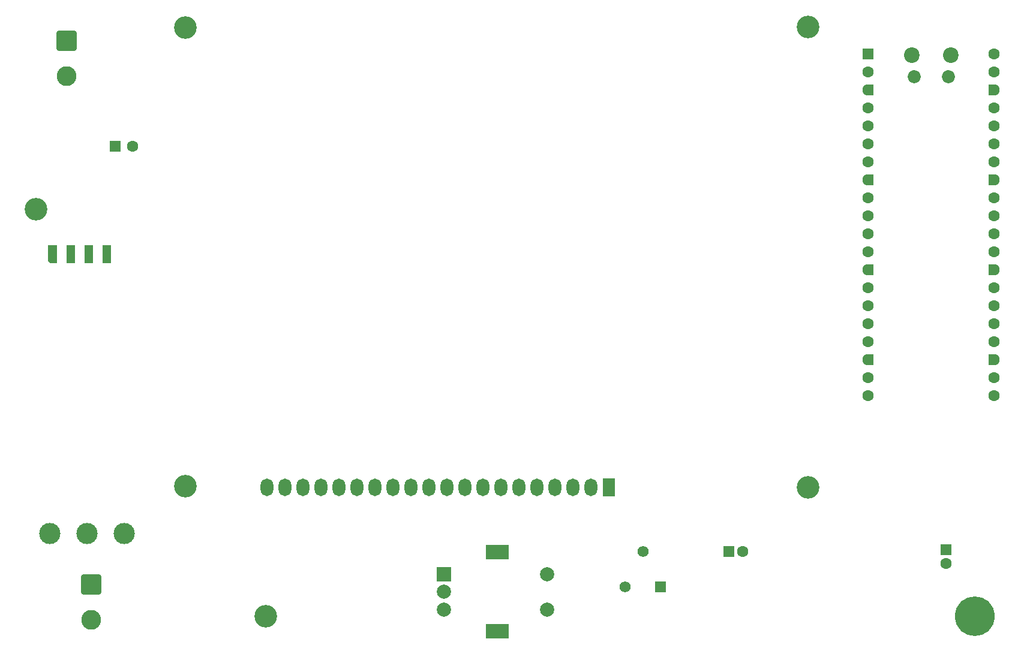
<source format=gbr>
%TF.GenerationSoftware,KiCad,Pcbnew,9.0.1*%
%TF.CreationDate,2025-04-15T15:16:39+02:00*%
%TF.ProjectId,lcd,6c63642e-6b69-4636-9164-5f7063625858,rev?*%
%TF.SameCoordinates,Original*%
%TF.FileFunction,Soldermask,Bot*%
%TF.FilePolarity,Negative*%
%FSLAX46Y46*%
G04 Gerber Fmt 4.6, Leading zero omitted, Abs format (unit mm)*
G04 Created by KiCad (PCBNEW 9.0.1) date 2025-04-15 15:16:39*
%MOMM*%
%LPD*%
G01*
G04 APERTURE LIST*
G04 Aperture macros list*
%AMRoundRect*
0 Rectangle with rounded corners*
0 $1 Rounding radius*
0 $2 $3 $4 $5 $6 $7 $8 $9 X,Y pos of 4 corners*
0 Add a 4 corners polygon primitive as box body*
4,1,4,$2,$3,$4,$5,$6,$7,$8,$9,$2,$3,0*
0 Add four circle primitives for the rounded corners*
1,1,$1+$1,$2,$3*
1,1,$1+$1,$4,$5*
1,1,$1+$1,$6,$7*
1,1,$1+$1,$8,$9*
0 Add four rect primitives between the rounded corners*
20,1,$1+$1,$2,$3,$4,$5,0*
20,1,$1+$1,$4,$5,$6,$7,0*
20,1,$1+$1,$6,$7,$8,$9,0*
20,1,$1+$1,$8,$9,$2,$3,0*%
%AMOutline5P*
0 Free polygon, 5 corners , with rotation*
0 The origin of the aperture is its center*
0 number of corners: always 5*
0 $1 to $10 corner X, Y*
0 $11 Rotation angle, in degrees counterclockwise*
0 create outline with 5 corners*
4,1,5,$1,$2,$3,$4,$5,$6,$7,$8,$9,$10,$1,$2,$11*%
%AMOutline6P*
0 Free polygon, 6 corners , with rotation*
0 The origin of the aperture is its center*
0 number of corners: always 6*
0 $1 to $12 corner X, Y*
0 $13 Rotation angle, in degrees counterclockwise*
0 create outline with 6 corners*
4,1,6,$1,$2,$3,$4,$5,$6,$7,$8,$9,$10,$11,$12,$1,$2,$13*%
%AMOutline7P*
0 Free polygon, 7 corners , with rotation*
0 The origin of the aperture is its center*
0 number of corners: always 7*
0 $1 to $14 corner X, Y*
0 $15 Rotation angle, in degrees counterclockwise*
0 create outline with 7 corners*
4,1,7,$1,$2,$3,$4,$5,$6,$7,$8,$9,$10,$11,$12,$13,$14,$1,$2,$15*%
%AMOutline8P*
0 Free polygon, 8 corners , with rotation*
0 The origin of the aperture is its center*
0 number of corners: always 8*
0 $1 to $16 corner X, Y*
0 $17 Rotation angle, in degrees counterclockwise*
0 create outline with 8 corners*
4,1,8,$1,$2,$3,$4,$5,$6,$7,$8,$9,$10,$11,$12,$13,$14,$15,$16,$1,$2,$17*%
%AMFreePoly0*
4,1,37,0.603843,0.796157,0.639018,0.796157,0.711114,0.766294,0.766294,0.711114,0.796157,0.639018,0.796157,0.603843,0.800000,0.600000,0.800000,-0.600000,0.796157,-0.603843,0.796157,-0.639018,0.766294,-0.711114,0.711114,-0.766294,0.639018,-0.796157,0.603843,-0.796157,0.600000,-0.800000,0.000000,-0.800000,0.000000,-0.796148,-0.078414,-0.796148,-0.232228,-0.765552,-0.377117,-0.705537,
-0.507515,-0.618408,-0.618408,-0.507515,-0.705537,-0.377117,-0.765552,-0.232228,-0.796148,-0.078414,-0.796148,0.078414,-0.765552,0.232228,-0.705537,0.377117,-0.618408,0.507515,-0.507515,0.618408,-0.377117,0.705537,-0.232228,0.765552,-0.078414,0.796148,0.000000,0.796148,0.000000,0.800000,0.600000,0.800000,0.603843,0.796157,0.603843,0.796157,$1*%
%AMFreePoly1*
4,1,37,0.000000,0.796148,0.078414,0.796148,0.232228,0.765552,0.377117,0.705537,0.507515,0.618408,0.618408,0.507515,0.705537,0.377117,0.765552,0.232228,0.796148,0.078414,0.796148,-0.078414,0.765552,-0.232228,0.705537,-0.377117,0.618408,-0.507515,0.507515,-0.618408,0.377117,-0.705537,0.232228,-0.765552,0.078414,-0.796148,0.000000,-0.796148,0.000000,-0.800000,-0.600000,-0.800000,
-0.603843,-0.796157,-0.639018,-0.796157,-0.711114,-0.766294,-0.766294,-0.711114,-0.796157,-0.639018,-0.796157,-0.603843,-0.800000,-0.600000,-0.800000,0.600000,-0.796157,0.603843,-0.796157,0.639018,-0.766294,0.711114,-0.711114,0.766294,-0.639018,0.796157,-0.603843,0.796157,-0.600000,0.800000,0.000000,0.800000,0.000000,0.796148,0.000000,0.796148,$1*%
G04 Aperture macros list end*
%ADD10R,1.600000X1.600000*%
%ADD11C,1.600000*%
%ADD12C,3.200000*%
%ADD13R,1.800000X2.500000*%
%ADD14O,1.800000X2.500000*%
%ADD15RoundRect,0.250001X-1.149999X1.149999X-1.149999X-1.149999X1.149999X-1.149999X1.149999X1.149999X0*%
%ADD16C,2.800000*%
%ADD17C,5.600000*%
%ADD18R,2.000000X2.000000*%
%ADD19C,2.000000*%
%ADD20R,3.200000X2.000000*%
%ADD21Outline5P,-1.270000X0.381000X-1.016000X0.635000X1.270000X0.635000X1.270000X-0.635000X-1.270000X-0.635000X90.000000*%
%ADD22R,1.270000X2.540000*%
%ADD23C,3.000000*%
%ADD24C,2.200000*%
%ADD25C,1.850000*%
%ADD26RoundRect,0.200000X-0.600000X-0.600000X0.600000X-0.600000X0.600000X0.600000X-0.600000X0.600000X0*%
%ADD27FreePoly0,0.000000*%
%ADD28FreePoly1,0.000000*%
%ADD29R,1.560000X1.560000*%
%ADD30C,1.560000*%
G04 APERTURE END LIST*
D10*
%TO.C,C7*%
X207050000Y-131794888D03*
D11*
X207050000Y-133794888D03*
%TD*%
D12*
%TO.C,U1*%
X187574907Y-122980754D03*
X99674907Y-122880754D03*
X99674907Y-58080754D03*
X187574907Y-57980754D03*
D13*
X159434907Y-122980754D03*
D14*
X156894907Y-122980754D03*
X154354907Y-122980754D03*
X151814907Y-122980754D03*
X149274907Y-122980754D03*
X146734907Y-122980754D03*
X144194907Y-122980754D03*
X141654907Y-122980754D03*
X139114907Y-122980754D03*
X136574907Y-122980754D03*
X134034907Y-122980754D03*
X131494907Y-122980754D03*
X128954907Y-122980754D03*
X126414907Y-122980754D03*
X123874907Y-122980754D03*
X121334907Y-122980754D03*
X118794907Y-122980754D03*
X116254907Y-122980754D03*
X113714907Y-122980754D03*
X111174907Y-122980754D03*
%TD*%
D15*
%TO.C,J1*%
X86382500Y-136700000D03*
D16*
X86382500Y-141700000D03*
%TD*%
D17*
%TO.C,GND*%
X211050000Y-141250000D03*
%TD*%
D10*
%TO.C,C1*%
X176350000Y-132050000D03*
D11*
X178350000Y-132050000D03*
%TD*%
D12*
%TO.C,REF\u002A\u002A*%
X111050000Y-141250000D03*
%TD*%
%TO.C,REF\u002A\u002A*%
X78550000Y-83750000D03*
%TD*%
D18*
%TO.C,SW1*%
X136200000Y-135250000D03*
D19*
X136200000Y-140250000D03*
X136200000Y-137750000D03*
D20*
X143700000Y-132150000D03*
X143700000Y-143350000D03*
D19*
X150700000Y-140250000D03*
X150700000Y-135250000D03*
%TD*%
D21*
%TO.C,U2*%
X81000000Y-90050000D03*
D22*
X83540000Y-90050000D03*
X86080000Y-90050000D03*
X88620000Y-90050000D03*
D23*
X80500000Y-129550000D03*
X85750000Y-129550000D03*
X91000000Y-129550000D03*
%TD*%
D10*
%TO.C,C5*%
X89750000Y-74850000D03*
D11*
X92250000Y-74850000D03*
%TD*%
D15*
%TO.C,J2*%
X82882500Y-59900000D03*
D16*
X82882500Y-64900000D03*
%TD*%
D24*
%TO.C,A1*%
X202225000Y-61950000D03*
D25*
X202525000Y-64980000D03*
X207375000Y-64980000D03*
D24*
X207675000Y-61950000D03*
D26*
X196060000Y-61820000D03*
D11*
X196060000Y-64360000D03*
D27*
X196060000Y-66900000D03*
D11*
X196060000Y-69440000D03*
X196060000Y-71980000D03*
X196060000Y-74520000D03*
X196060000Y-77060000D03*
D27*
X196060000Y-79600000D03*
D11*
X196060000Y-82140000D03*
X196060000Y-84680000D03*
X196060000Y-87220000D03*
X196060000Y-89760000D03*
D27*
X196060000Y-92300000D03*
D11*
X196060000Y-94840000D03*
X196060000Y-97380000D03*
X196060000Y-99920000D03*
X196060000Y-102460000D03*
D27*
X196060000Y-105000000D03*
D11*
X196060000Y-107540000D03*
X196060000Y-110080000D03*
X213840000Y-110080000D03*
X213840000Y-107540000D03*
D28*
X213840000Y-105000000D03*
D11*
X213840000Y-102460000D03*
X213840000Y-99920000D03*
X213840000Y-97380000D03*
X213840000Y-94840000D03*
D28*
X213840000Y-92300000D03*
D11*
X213840000Y-89760000D03*
X213840000Y-87220000D03*
X213840000Y-84680000D03*
X213840000Y-82140000D03*
D28*
X213840000Y-79600000D03*
D11*
X213840000Y-77060000D03*
X213840000Y-74520000D03*
X213840000Y-71980000D03*
X213840000Y-69440000D03*
D28*
X213840000Y-66900000D03*
D11*
X213840000Y-64360000D03*
X213840000Y-61820000D03*
%TD*%
D29*
%TO.C,RV1*%
X166750000Y-137090000D03*
D30*
X164250000Y-132090000D03*
X161750000Y-137090000D03*
%TD*%
M02*

</source>
